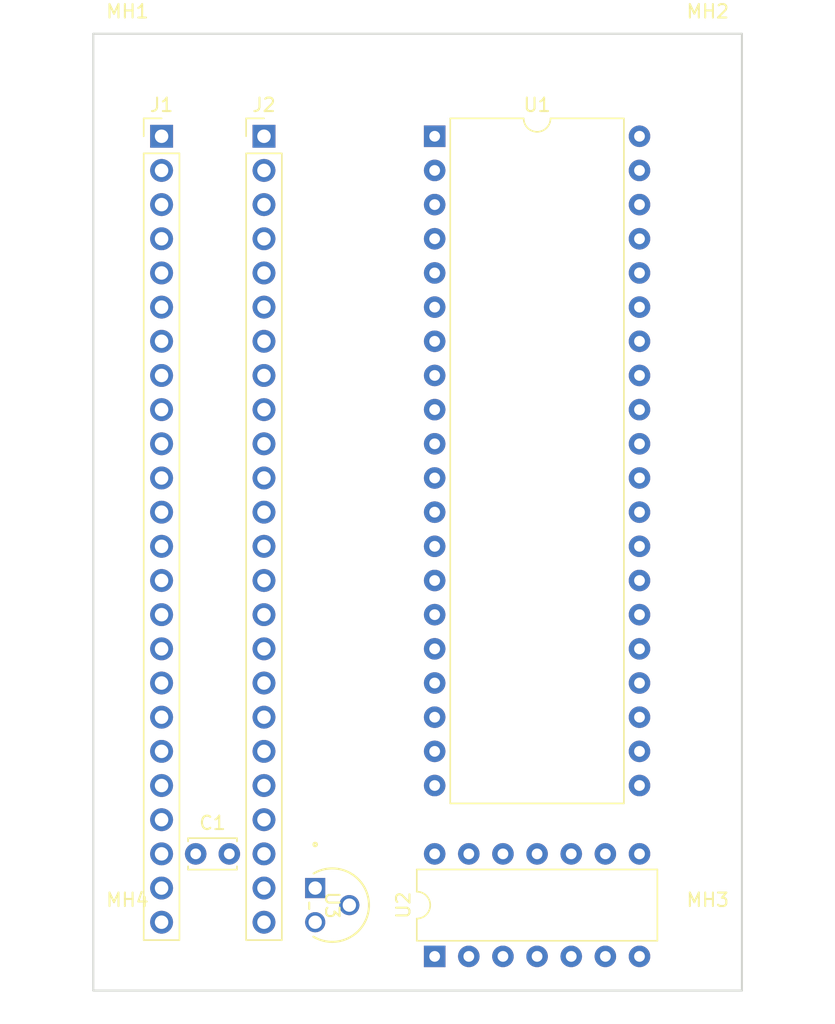
<source format=kicad_pcb>
(kicad_pcb (version 20221018) (generator pcbnew)
  (title_block (title "BionicZ80") (company "Tadashi G. Takaoka"))
  (layers (0 "F.Cu" signal) (31 "B.Cu" signal) (34 "B.Paste" user) (35 "F.Paste" user) (36 "B.SilkS" user "B.Silkscreen") (37 "F.SilkS" user "F.Silkscreen") (38 "B.Mask" user) (39 "F.Mask" user) (44 "Edge.Cuts" user))
  (net 0 "")
  (net 1 "VCC")
  (net 2 "GND")
  (net 3 "/P53")
  (net 5 "/P26")
  (net 6 "/P27")
  (net 7 "/P47")
  (net 8 "/P46")
  (net 9 "/P25")
  (net 10 "/P24")
  (net 11 "/P23")
  (net 12 "/P22")
  (net 13 "/P21")
  (net 14 "/P20")
  (net 15 "/P34")
  (net 16 "/P35")
  (net 17 "/P17")
  (net 18 "/P36")
  (net 19 "/P16")
  (net 20 "/P15")
  (net 21 "/P14")
  (net 22 "/P41")
  (net 23 "/P13")
  (net 24 "/P42")
  (net 25 "/P12")
  (net 26 "/P11")
  (net 27 "/P44")
  (net 28 "/P10")
  (net 29 "/P45")
  (net 30 "/P33")
  (net 31 "/P32")
  (net 32 "/P31")
  (net 33 "/P30")
  (net 34 "/P51")
  (net 35 "/P55")
  (net 36 "/P43")
  (net 37 "/P52")
  (net 38 "/P54")
  (net 39 "/P50")
  (net 40 "/P37")
  (net 41 "Net-(U1-CLK)")
  (net 42 "Net-(U1-~{RESET})")
  (net 43 "/P40")
  (net 47 "Net-(J2-P57)")
  (footprint "MountingHole:MountingHole_3.2mm_M3" (layer "F.Cu") (at 101 70)
    (fp_text reference "MH1" (at 0 -4.2) (layer "F.SilkS"))
    (fp_text value "MountingHole_3.2mm_M3")
    (pad "" np_thru_hole circle (at 0 0) (size 3.2 3.2) (drill 3.2) (layers "*.Cu" "*.Mask"))
  )
  (footprint "MountingHole:MountingHole_3.2mm_M3" (layer "F.Cu") (at 144.18 70)
    (fp_text reference "MH2" (at 0 -4.2) (layer "F.SilkS"))
    (fp_text value "MountingHole_3.2mm_M3")
    (pad "" np_thru_hole circle (at 0 0) (size 3.2 3.2) (drill 3.2) (layers "*.Cu" "*.Mask"))
  )
  (footprint "MountingHole:MountingHole_3.2mm_M3" (layer "F.Cu") (at 144.18 136.04)
    (fp_text reference "MH3" (at 0 -4.2) (layer "F.SilkS"))
    (fp_text value "MountingHole_3.2mm_M3")
    (pad "" np_thru_hole circle (at 0 0) (size 3.2 3.2) (drill 3.2) (layers "*.Cu" "*.Mask"))
  )
  (footprint "MountingHole:MountingHole_3.2mm_M3" (layer "F.Cu") (at 101 136.04)
    (fp_text reference "MH4" (at 0 -4.2) (layer "F.SilkS"))
    (fp_text value "MountingHole_3.2mm_M3")
    (pad "" np_thru_hole circle (at 0 0) (size 3.2 3.2) (drill 3.2) (layers "*.Cu" "*.Mask"))
  )
  (footprint "Package_DIP:DIP-14_W7.62mm" (layer "F.Cu") (at 123.86 136.04 90)
    (fp_text reference "U2" (at 3.81 -2.33 90) (layer "F.SilkS"))
    (fp_text value "74HCT126")
    (fp_line (start 1.16 -1.33) (end 1.16 16.57) (stroke (width 0.12)) (layer "F.SilkS"))
    (fp_line (start 1.16 16.57) (end 6.46 16.57) (stroke (width 0.12)) (layer "F.SilkS"))
    (fp_line (start 2.81 -1.33) (end 1.16 -1.33) (stroke (width 0.12)) (layer "F.SilkS"))
    (fp_line (start 6.46 -1.33) (end 4.81 -1.33) (stroke (width 0.12)) (layer "F.SilkS"))
    (fp_line (start 6.46 16.57) (end 6.46 -1.33) (stroke (width 0.12)) (layer "F.SilkS"))
    (fp_arc (start 4.81 -1.33) (mid 3.81 -0.33) (end 2.81 -1.33) (stroke (width 0.12)) (layer "F.SilkS"))
    (pad "1" thru_hole rect (at 0 0 90) (size 1.6 1.6) (drill 0.8) (layers "*.Cu" "*.Mask") (net 1 "VCC"))
    (pad "2" thru_hole oval (at 0 2.54 90) (size 1.6 1.6) (drill 0.8) (layers "*.Cu" "*.Mask") (net 8 "/P46"))
    (pad "3" thru_hole oval (at 0 5.08 90) (size 1.6 1.6) (drill 0.8) (layers "*.Cu" "*.Mask") (net 41 "Net-(U1-CLK)"))
    (pad "4" thru_hole oval (at 0 7.62 90) (size 1.6 1.6) (drill 0.8) (layers "*.Cu" "*.Mask") (net 8 "/P46"))
    (pad "5" thru_hole oval (at 0 10.16 90) (size 1.6 1.6) (drill 0.8) (layers "*.Cu" "*.Mask") (net 3 "/P53"))
    (pad "6" thru_hole oval (at 0 12.7 90) (size 1.6 1.6) (drill 0.8) (layers "*.Cu" "*.Mask") (net 42 "Net-(U1-~{RESET})"))
    (pad "7" thru_hole oval (at 0 15.24 90) (size 1.6 1.6) (drill 0.8) (layers "*.Cu" "*.Mask") (net 2 "GND"))
    (pad "8" thru_hole oval (at 7.62 15.24 90) (size 1.6 1.6) (drill 0.8) (layers "*.Cu" "*.Mask"))
    (pad "9" thru_hole oval (at 7.62 12.7 90) (size 1.6 1.6) (drill 0.8) (layers "*.Cu" "*.Mask") (net 2 "GND"))
    (pad "10" thru_hole oval (at 7.62 10.16 90) (size 1.6 1.6) (drill 0.8) (layers "*.Cu" "*.Mask") (net 2 "GND"))
    (pad "11" thru_hole oval (at 7.62 7.62 90) (size 1.6 1.6) (drill 0.8) (layers "*.Cu" "*.Mask"))
    (pad "12" thru_hole oval (at 7.62 5.08 90) (size 1.6 1.6) (drill 0.8) (layers "*.Cu" "*.Mask") (net 2 "GND"))
    (pad "13" thru_hole oval (at 7.62 2.54 90) (size 1.6 1.6) (drill 0.8) (layers "*.Cu" "*.Mask") (net 2 "GND"))
    (pad "14" thru_hole oval (at 7.62 0 90) (size 1.6 1.6) (drill 0.8) (layers "*.Cu" "*.Mask") (net 1 "VCC"))
  )
  (footprint "Capacitor_THT:C_Disc_D3.4mm_W2.1mm_P2.50mm" (layer "F.Cu") (at 106.08 128.42)
    (fp_text reference "C1" (at 1.25 -2.3) (layer "F.SilkS"))
    (fp_text value "0.1u")
    (fp_line (start -0.57 -1.17) (end -0.57 -0.925) (stroke (width 0.12)) (layer "F.SilkS"))
    (fp_line (start -0.57 -1.17) (end 3.07 -1.17) (stroke (width 0.12)) (layer "F.SilkS"))
    (fp_line (start -0.57 0.925) (end -0.57 1.17) (stroke (width 0.12)) (layer "F.SilkS"))
    (fp_line (start -0.57 1.17) (end 3.07 1.17) (stroke (width 0.12)) (layer "F.SilkS"))
    (fp_line (start 3.07 -1.17) (end 3.07 -0.925) (stroke (width 0.12)) (layer "F.SilkS"))
    (fp_line (start 3.07 0.925) (end 3.07 1.17) (stroke (width 0.12)) (layer "F.SilkS"))
    (pad "1" thru_hole circle (at 0 0) (size 1.6 1.6) (drill 0.8) (layers "*.Cu" "*.Mask") (net 1 "VCC"))
    (pad "2" thru_hole circle (at 2.5 0) (size 1.6 1.6) (drill 0.8) (layers "*.Cu" "*.Mask") (net 2 "GND"))
  )
  (footprint "Package_DIP:DIP-40_W15.24mm" (layer "F.Cu") (at 123.86 75.08)
    (fp_text reference "U1" (at 7.62 -2.33) (layer "F.SilkS"))
    (fp_text value "Z84C00")
    (fp_line (start 1.16 -1.33) (end 1.16 49.59) (stroke (width 0.12)) (layer "F.SilkS"))
    (fp_line (start 1.16 49.59) (end 14.08 49.59) (stroke (width 0.12)) (layer "F.SilkS"))
    (fp_line (start 6.62 -1.33) (end 1.16 -1.33) (stroke (width 0.12)) (layer "F.SilkS"))
    (fp_line (start 14.08 -1.33) (end 8.62 -1.33) (stroke (width 0.12)) (layer "F.SilkS"))
    (fp_line (start 14.08 49.59) (end 14.08 -1.33) (stroke (width 0.12)) (layer "F.SilkS"))
    (fp_arc (start 8.62 -1.33) (mid 7.62 -0.33) (end 6.62 -1.33) (stroke (width 0.12)) (layer "F.SilkS"))
    (pad "1" thru_hole rect (at 0 0) (size 1.6 1.6) (drill 0.8) (layers "*.Cu" "*.Mask") (net 30 "/P33"))
    (pad "2" thru_hole oval (at 0 2.54) (size 1.6 1.6) (drill 0.8) (layers "*.Cu" "*.Mask") (net 15 "/P34"))
    (pad "3" thru_hole oval (at 0 5.08) (size 1.6 1.6) (drill 0.8) (layers "*.Cu" "*.Mask") (net 16 "/P35"))
    (pad "4" thru_hole oval (at 0 7.62) (size 1.6 1.6) (drill 0.8) (layers "*.Cu" "*.Mask") (net 18 "/P36"))
    (pad "5" thru_hole oval (at 0 10.16) (size 1.6 1.6) (drill 0.8) (layers "*.Cu" "*.Mask") (net 40 "/P37"))
    (pad "6" thru_hole oval (at 0 12.7) (size 1.6 1.6) (drill 0.8) (layers "*.Cu" "*.Mask") (net 41 "Net-(U1-CLK)"))
    (pad "7" thru_hole oval (at 0 15.24) (size 1.6 1.6) (drill 0.8) (layers "*.Cu" "*.Mask") (net 21 "/P14"))
    (pad "8" thru_hole oval (at 0 17.78) (size 1.6 1.6) (drill 0.8) (layers "*.Cu" "*.Mask") (net 23 "/P13"))
    (pad "9" thru_hole oval (at 0 20.32) (size 1.6 1.6) (drill 0.8) (layers "*.Cu" "*.Mask") (net 20 "/P15"))
    (pad "10" thru_hole oval (at 0 22.86) (size 1.6 1.6) (drill 0.8) (layers "*.Cu" "*.Mask") (net 19 "/P16"))
    (pad "11" thru_hole oval (at 0 25.4) (size 1.6 1.6) (drill 0.8) (layers "*.Cu" "*.Mask") (net 1 "VCC"))
    (pad "12" thru_hole oval (at 0 27.94) (size 1.6 1.6) (drill 0.8) (layers "*.Cu" "*.Mask") (net 25 "/P12"))
    (pad "13" thru_hole oval (at 0 30.48) (size 1.6 1.6) (drill 0.8) (layers "*.Cu" "*.Mask") (net 17 "/P17"))
    (pad "14" thru_hole oval (at 0 33.02) (size 1.6 1.6) (drill 0.8) (layers "*.Cu" "*.Mask") (net 28 "/P10"))
    (pad "15" thru_hole oval (at 0 35.56) (size 1.6 1.6) (drill 0.8) (layers "*.Cu" "*.Mask") (net 26 "/P11"))
    (pad "16" thru_hole oval (at 0 38.1) (size 1.6 1.6) (drill 0.8) (layers "*.Cu" "*.Mask") (net 24 "/P42"))
    (pad "17" thru_hole oval (at 0 40.64) (size 1.6 1.6) (drill 0.8) (layers "*.Cu" "*.Mask") (net 36 "/P43"))
    (pad "18" thru_hole oval (at 0 43.18) (size 1.6 1.6) (drill 0.8) (layers "*.Cu" "*.Mask") (net 43 "/P40"))
    (pad "19" thru_hole oval (at 0 45.72) (size 1.6 1.6) (drill 0.8) (layers "*.Cu" "*.Mask") (net 7 "/P47"))
    (pad "20" thru_hole oval (at 0 48.26) (size 1.6 1.6) (drill 0.8) (layers "*.Cu" "*.Mask") (net 27 "/P44"))
    (pad "21" thru_hole oval (at 15.24 48.26) (size 1.6 1.6) (drill 0.8) (layers "*.Cu" "*.Mask") (net 39 "/P50"))
    (pad "22" thru_hole oval (at 15.24 45.72) (size 1.6 1.6) (drill 0.8) (layers "*.Cu" "*.Mask") (net 34 "/P51"))
    (pad "23" thru_hole oval (at 15.24 43.18) (size 1.6 1.6) (drill 0.8) (layers "*.Cu" "*.Mask") (net 35 "/P55"))
    (pad "24" thru_hole oval (at 15.24 40.64) (size 1.6 1.6) (drill 0.8) (layers "*.Cu" "*.Mask") (net 37 "/P52"))
    (pad "25" thru_hole oval (at 15.24 38.1) (size 1.6 1.6) (drill 0.8) (layers "*.Cu" "*.Mask") (net 38 "/P54"))
    (pad "26" thru_hole oval (at 15.24 35.56) (size 1.6 1.6) (drill 0.8) (layers "*.Cu" "*.Mask") (net 42 "Net-(U1-~{RESET})"))
    (pad "27" thru_hole oval (at 15.24 33.02) (size 1.6 1.6) (drill 0.8) (layers "*.Cu" "*.Mask") (net 22 "/P41"))
    (pad "28" thru_hole oval (at 15.24 30.48) (size 1.6 1.6) (drill 0.8) (layers "*.Cu" "*.Mask") (net 29 "/P45"))
    (pad "29" thru_hole oval (at 15.24 27.94) (size 1.6 1.6) (drill 0.8) (layers "*.Cu" "*.Mask") (net 2 "GND"))
    (pad "30" thru_hole oval (at 15.24 25.4) (size 1.6 1.6) (drill 0.8) (layers "*.Cu" "*.Mask") (net 14 "/P20"))
    (pad "31" thru_hole oval (at 15.24 22.86) (size 1.6 1.6) (drill 0.8) (layers "*.Cu" "*.Mask") (net 13 "/P21"))
    (pad "32" thru_hole oval (at 15.24 20.32) (size 1.6 1.6) (drill 0.8) (layers "*.Cu" "*.Mask") (net 12 "/P22"))
    (pad "33" thru_hole oval (at 15.24 17.78) (size 1.6 1.6) (drill 0.8) (layers "*.Cu" "*.Mask") (net 11 "/P23"))
    (pad "34" thru_hole oval (at 15.24 15.24) (size 1.6 1.6) (drill 0.8) (layers "*.Cu" "*.Mask") (net 10 "/P24"))
    (pad "35" thru_hole oval (at 15.24 12.7) (size 1.6 1.6) (drill 0.8) (layers "*.Cu" "*.Mask") (net 9 "/P25"))
    (pad "36" thru_hole oval (at 15.24 10.16) (size 1.6 1.6) (drill 0.8) (layers "*.Cu" "*.Mask") (net 5 "/P26"))
    (pad "37" thru_hole oval (at 15.24 7.62) (size 1.6 1.6) (drill 0.8) (layers "*.Cu" "*.Mask") (net 6 "/P27"))
    (pad "38" thru_hole oval (at 15.24 5.08) (size 1.6 1.6) (drill 0.8) (layers "*.Cu" "*.Mask") (net 33 "/P30"))
    (pad "39" thru_hole oval (at 15.24 2.54) (size 1.6 1.6) (drill 0.8) (layers "*.Cu" "*.Mask") (net 32 "/P31"))
    (pad "40" thru_hole oval (at 15.24 0) (size 1.6 1.6) (drill 0.8) (layers "*.Cu" "*.Mask") (net 31 "/P32"))
  )
  (footprint "connector:Bionic-P135_Vertical" (layer "F.Cu") (at 103.54 75.08)
    (fp_text reference "J1" (at 0 -2.33) (layer "F.SilkS"))
    (fp_text value "Bionic-P135")
    (fp_line (start -1.33 -1.33) (end 0 -1.33) (stroke (width 0.12)) (layer "F.SilkS"))
    (fp_line (start -1.33 0) (end -1.33 -1.33) (stroke (width 0.12)) (layer "F.SilkS"))
    (fp_line (start -1.33 1.27) (end -1.33 59.75) (stroke (width 0.12)) (layer "F.SilkS"))
    (fp_line (start -1.33 1.27) (end 1.33 1.27) (stroke (width 0.12)) (layer "F.SilkS"))
    (fp_line (start -1.33 59.75) (end 1.33 59.75) (stroke (width 0.12)) (layer "F.SilkS"))
    (fp_line (start 1.33 1.27) (end 1.33 59.75) (stroke (width 0.12)) (layer "F.SilkS"))
    (pad "1" thru_hole rect (at 0 0) (size 1.7 1.7) (drill 1) (layers "*.Cu" "*.Mask") (net 2 "GND"))
    (pad "2" thru_hole oval (at 0 2.54) (size 1.7 1.7) (drill 1) (layers "*.Cu" "*.Mask") (net 28 "/P10"))
    (pad "3" thru_hole oval (at 0 5.08) (size 1.7 1.7) (drill 1) (layers "*.Cu" "*.Mask") (net 26 "/P11"))
    (pad "4" thru_hole oval (at 0 7.62) (size 1.7 1.7) (drill 1) (layers "*.Cu" "*.Mask") (net 25 "/P12"))
    (pad "5" thru_hole oval (at 0 10.16) (size 1.7 1.7) (drill 1) (layers "*.Cu" "*.Mask") (net 23 "/P13"))
    (pad "6" thru_hole oval (at 0 12.7) (size 1.7 1.7) (drill 1) (layers "*.Cu" "*.Mask") (net 21 "/P14"))
    (pad "7" thru_hole oval (at 0 15.24) (size 1.7 1.7) (drill 1) (layers "*.Cu" "*.Mask") (net 20 "/P15"))
    (pad "8" thru_hole oval (at 0 17.78) (size 1.7 1.7) (drill 1) (layers "*.Cu" "*.Mask") (net 19 "/P16"))
    (pad "9" thru_hole oval (at 0 20.32) (size 1.7 1.7) (drill 1) (layers "*.Cu" "*.Mask") (net 17 "/P17"))
    (pad "10" thru_hole oval (at 0 22.86) (size 1.7 1.7) (drill 1) (layers "*.Cu" "*.Mask"))
    (pad "11" thru_hole oval (at 0 25.4) (size 1.7 1.7) (drill 1) (layers "*.Cu" "*.Mask") (net 33 "/P30"))
    (pad "12" thru_hole oval (at 0 27.94) (size 1.7 1.7) (drill 1) (layers "*.Cu" "*.Mask") (net 32 "/P31"))
    (pad "13" thru_hole oval (at 0 30.48) (size 1.7 1.7) (drill 1) (layers "*.Cu" "*.Mask") (net 31 "/P32"))
    (pad "14" thru_hole oval (at 0 33.02) (size 1.7 1.7) (drill 1) (layers "*.Cu" "*.Mask") (net 30 "/P33"))
    (pad "15" thru_hole oval (at 0 35.56) (size 1.7 1.7) (drill 1) (layers "*.Cu" "*.Mask") (net 15 "/P34"))
    (pad "16" thru_hole oval (at 0 38.1) (size 1.7 1.7) (drill 1) (layers "*.Cu" "*.Mask") (net 16 "/P35"))
    (pad "17" thru_hole oval (at 0 40.64) (size 1.7 1.7) (drill 1) (layers "*.Cu" "*.Mask") (net 18 "/P36"))
    (pad "18" thru_hole oval (at 0 43.18) (size 1.7 1.7) (drill 1) (layers "*.Cu" "*.Mask") (net 40 "/P37"))
    (pad "19" thru_hole oval (at 0 45.72) (size 1.7 1.7) (drill 1) (layers "*.Cu" "*.Mask"))
    (pad "20" thru_hole oval (at 0 48.26) (size 1.7 1.7) (drill 1) (layers "*.Cu" "*.Mask") (net 39 "/P50"))
    (pad "21" thru_hole oval (at 0 50.8) (size 1.7 1.7) (drill 1) (layers "*.Cu" "*.Mask") (net 34 "/P51"))
    (pad "22" thru_hole oval (at 0 53.34) (size 1.7 1.7) (drill 1) (layers "*.Cu" "*.Mask") (net 37 "/P52"))
    (pad "23" thru_hole oval (at 0 55.88) (size 1.7 1.7) (drill 1) (layers "*.Cu" "*.Mask") (net 3 "/P53"))
    (pad "24" thru_hole oval (at 0 58.42) (size 1.7 1.7) (drill 1) (layers "*.Cu" "*.Mask") (net 1 "VCC"))
  )
  (footprint "microchip:TO-92_MC_MCH" (layer "F.Cu") (at 114.97 130.96 -90)
    (fp_text reference "U3" (at 1.27 -1.27 -90 unlocked) (layer "F.SilkS"))
    (fp_text value "11AA010-I/TO")
    (fp_line (start 1.08204 0.4445) (end 1.553476 0.4445) (stroke (width 0.1524)) (layer "F.SilkS"))
    (fp_arc (start -1.08204 0.116917) (mid 0.551186 -3.904186) (end 4.0005 -1.27) (stroke (width 0.1524)) (layer "F.SilkS"))
    (fp_arc (start 4.0005 -1.269999) (mid 3.90215 -0.543764) (end 3.614184 0.130155) (stroke (width 0.1524)) (layer "F.SilkS"))
    (fp_circle (center -3.2385 0) (end -3.1115 0) (stroke (width 0.1524)) (fill none) (layer "F.SilkS"))
    (pad "1" thru_hole rect (at 0 0 270) (size 1.4986 1.4986) (drill 0.9906) (layers "*.Cu" "*.Mask") (net 2 "GND"))
    (pad "2" thru_hole circle (at 1.27 -2.54 270) (size 1.4986 1.4986) (drill 0.9906) (layers "*.Cu" "*.Mask") (net 47 "Net-(J2-P57)"))
    (pad "3" thru_hole circle (at 2.54 0 270) (size 1.4986 1.4986) (drill 0.9906) (layers "*.Cu" "*.Mask") (net 1 "VCC"))
  )
  (footprint "connector:Bionic-P245_Vertical" (layer "F.Cu") (at 111.16 75.08)
    (fp_text reference "J2" (at 0 -2.33) (layer "F.SilkS"))
    (fp_text value "Bionic-P245")
    (fp_line (start -1.33 -1.33) (end 0 -1.33) (stroke (width 0.12)) (layer "F.SilkS"))
    (fp_line (start -1.33 0) (end -1.33 -1.33) (stroke (width 0.12)) (layer "F.SilkS"))
    (fp_line (start -1.33 1.27) (end -1.33 59.75) (stroke (width 0.12)) (layer "F.SilkS"))
    (fp_line (start -1.33 1.27) (end 1.33 1.27) (stroke (width 0.12)) (layer "F.SilkS"))
    (fp_line (start -1.33 59.75) (end 1.33 59.75) (stroke (width 0.12)) (layer "F.SilkS"))
    (fp_line (start 1.33 1.27) (end 1.33 59.75) (stroke (width 0.12)) (layer "F.SilkS"))
    (pad "25" thru_hole oval (at 0 58.42) (size 1.7 1.7) (drill 1) (layers "*.Cu" "*.Mask") (net 1 "VCC"))
    (pad "26" thru_hole oval (at 0 55.88) (size 1.7 1.7) (drill 1) (layers "*.Cu" "*.Mask") (net 47 "Net-(J2-P57)"))
    (pad "27" thru_hole oval (at 0 53.34) (size 1.7 1.7) (drill 1) (layers "*.Cu" "*.Mask"))
    (pad "28" thru_hole oval (at 0 50.8) (size 1.7 1.7) (drill 1) (layers "*.Cu" "*.Mask") (net 35 "/P55"))
    (pad "29" thru_hole oval (at 0 48.26) (size 1.7 1.7) (drill 1) (layers "*.Cu" "*.Mask") (net 38 "/P54"))
    (pad "30" thru_hole oval (at 0 45.72) (size 1.7 1.7) (drill 1) (layers "*.Cu" "*.Mask"))
    (pad "31" thru_hole oval (at 0 43.18) (size 1.7 1.7) (drill 1) (layers "*.Cu" "*.Mask") (net 7 "/P47"))
    (pad "32" thru_hole oval (at 0 40.64) (size 1.7 1.7) (drill 1) (layers "*.Cu" "*.Mask") (net 8 "/P46"))
    (pad "33" thru_hole oval (at 0 38.1) (size 1.7 1.7) (drill 1) (layers "*.Cu" "*.Mask") (net 29 "/P45"))
    (pad "34" thru_hole oval (at 0 35.56) (size 1.7 1.7) (drill 1) (layers "*.Cu" "*.Mask") (net 27 "/P44"))
    (pad "35" thru_hole oval (at 0 33.02) (size 1.7 1.7) (drill 1) (layers "*.Cu" "*.Mask") (net 36 "/P43"))
    (pad "36" thru_hole oval (at 0 30.48) (size 1.7 1.7) (drill 1) (layers "*.Cu" "*.Mask") (net 24 "/P42"))
    (pad "37" thru_hole oval (at 0 27.94) (size 1.7 1.7) (drill 1) (layers "*.Cu" "*.Mask") (net 22 "/P41"))
    (pad "38" thru_hole oval (at 0 25.4) (size 1.7 1.7) (drill 1) (layers "*.Cu" "*.Mask") (net 43 "/P40"))
    (pad "39" thru_hole oval (at 0 22.86) (size 1.7 1.7) (drill 1) (layers "*.Cu" "*.Mask"))
    (pad "40" thru_hole oval (at 0 20.32) (size 1.7 1.7) (drill 1) (layers "*.Cu" "*.Mask") (net 6 "/P27"))
    (pad "41" thru_hole oval (at 0 17.78) (size 1.7 1.7) (drill 1) (layers "*.Cu" "*.Mask") (net 5 "/P26"))
    (pad "42" thru_hole oval (at 0 15.24) (size 1.7 1.7) (drill 1) (layers "*.Cu" "*.Mask") (net 9 "/P25"))
    (pad "43" thru_hole oval (at 0 12.7) (size 1.7 1.7) (drill 1) (layers "*.Cu" "*.Mask") (net 10 "/P24"))
    (pad "44" thru_hole oval (at 0 10.16) (size 1.7 1.7) (drill 1) (layers "*.Cu" "*.Mask") (net 11 "/P23"))
    (pad "45" thru_hole oval (at 0 7.62) (size 1.7 1.7) (drill 1) (layers "*.Cu" "*.Mask") (net 12 "/P22"))
    (pad "46" thru_hole oval (at 0 5.08) (size 1.7 1.7) (drill 1) (layers "*.Cu" "*.Mask") (net 13 "/P21"))
    (pad "47" thru_hole oval (at 0 2.54) (size 1.7 1.7) (drill 1) (layers "*.Cu" "*.Mask") (net 14 "/P20"))
    (pad "48" thru_hole rect (at 0 0) (size 1.7 1.7) (drill 1) (layers "*.Cu" "*.Mask") (net 2 "GND"))
  )
  (gr_line (start 98.46 138.58) (end 98.46 67.46) (stroke (width 0.15)) (layer "Edge.Cuts"))
  (gr_line (start 146.72 138.58) (end 98.46 138.58) (stroke (width 0.15)) (layer "Edge.Cuts"))
  (gr_line (start 98.46 67.46) (end 146.72 67.46) (stroke (width 0.15)) (layer "Edge.Cuts"))
  (gr_line (start 146.72 67.46) (end 146.72 138.58) (stroke (width 0.15)) (layer "Edge.Cuts"))
)
</source>
